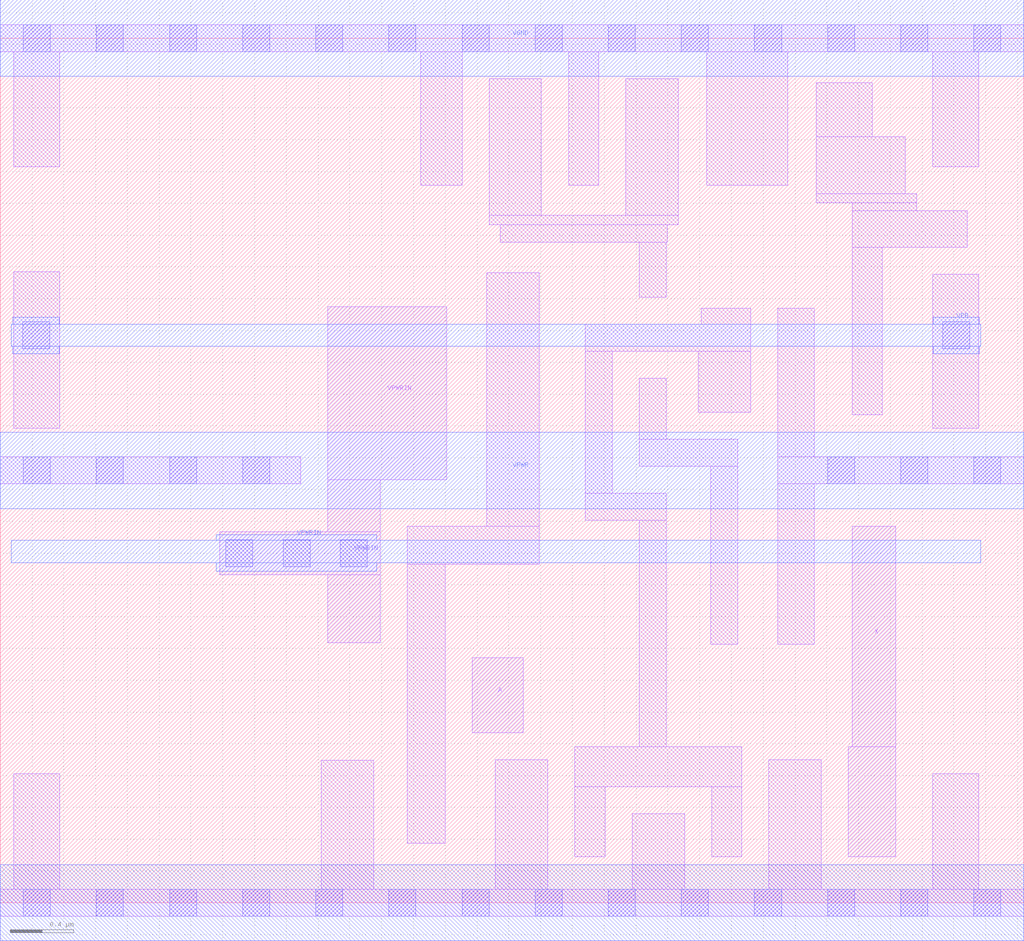
<source format=lef>
# Copyright 2020 The SkyWater PDK Authors
#
# Licensed under the Apache License, Version 2.0 (the "License");
# you may not use this file except in compliance with the License.
# You may obtain a copy of the License at
#
#     https://www.apache.org/licenses/LICENSE-2.0
#
# Unless required by applicable law or agreed to in writing, software
# distributed under the License is distributed on an "AS IS" BASIS,
# WITHOUT WARRANTIES OR CONDITIONS OF ANY KIND, either express or implied.
# See the License for the specific language governing permissions and
# limitations under the License.
#
# SPDX-License-Identifier: Apache-2.0

VERSION 5.7 ;
  NAMESCASESENSITIVE ON ;
  NOWIREEXTENSIONATPIN ON ;
  DIVIDERCHAR "/" ;
  BUSBITCHARS "[]" ;
UNITS
  DATABASE MICRONS 200 ;
END UNITS
MACRO sky130_fd_sc_hd__lpflow_lsbuf_lh_hl_isowell_tap_1
  CLASS CORE ;
  FOREIGN sky130_fd_sc_hd__lpflow_lsbuf_lh_hl_isowell_tap_1 ;
  ORIGIN  0.000000  0.000000 ;
  SIZE  6.440000 BY  5.440000 ;
  SYMMETRY X Y R90 ;
  SITE unithd ;
  PIN A
    ANTENNAGATEAREA  0.603000 ;
    DIRECTION INPUT ;
    USE SIGNAL ;
    PORT
      LAYER li1 ;
        RECT 2.970000 1.070000 3.290000 1.540000 ;
    END
  END A
  PIN VPB
    ANTENNADIFFAREA  0.297500 ;
    PORT
      LAYER met1 ;
        RECT 0.070000 3.500000 6.170000 3.640000 ;
        RECT 0.080000 3.455000 0.370000 3.500000 ;
        RECT 0.080000 3.640000 0.370000 3.685000 ;
        RECT 5.870000 3.455000 6.160000 3.500000 ;
        RECT 5.870000 3.640000 6.160000 3.685000 ;
    END
  END VPB
  PIN X
    ANTENNADIFFAREA  0.402500 ;
    DIRECTION OUTPUT ;
    USE SIGNAL ;
    PORT
      LAYER li1 ;
        RECT 5.335000 0.290000 5.635000 0.980000 ;
        RECT 5.360000 0.980000 5.635000 2.370000 ;
    END
  END X
  PIN VGND
    DIRECTION INOUT ;
    SHAPE ABUTMENT ;
    USE GROUND ;
    PORT
      LAYER met1 ;
        RECT 0.000000 5.200000 6.440000 5.680000 ;
    END
  END VGND
  PIN VPWR
    DIRECTION INOUT ;
    SHAPE ABUTMENT ;
    USE POWER ;
    PORT
      LAYER met1 ;
        RECT 0.000000 2.480000 6.440000 2.960000 ;
    END
  END VPWR
  PIN VPWRIN
    DIRECTION INOUT ;
    SHAPE ABUTMENT ;
    USE POWER ;
    PORT
      LAYER li1 ;
        RECT 1.380000 2.065000 2.390000 2.335000 ;
        RECT 2.060000 1.635000 2.390000 2.065000 ;
        RECT 2.060000 2.335000 2.390000 2.660000 ;
        RECT 2.060000 2.660000 2.810000 3.750000 ;
      LAYER mcon ;
        RECT 1.420000 2.115000 1.590000 2.285000 ;
        RECT 1.780000 2.115000 1.950000 2.285000 ;
        RECT 2.140000 2.115000 2.310000 2.285000 ;
    END
    PORT
      LAYER met1 ;
        RECT 0.070000 2.140000 6.170000 2.280000 ;
        RECT 1.360000 2.085000 2.370000 2.140000 ;
        RECT 1.360000 2.280000 2.370000 2.315000 ;
    END
  END VPWRIN
  OBS
    LAYER li1 ;
      RECT 0.000000 -0.085000 6.440000 0.085000 ;
      RECT 0.000000  2.635000 1.890000 2.805000 ;
      RECT 0.000000  5.355000 6.440000 5.525000 ;
      RECT 0.085000  0.085000 0.375000 0.810000 ;
      RECT 0.085000  2.985000 0.375000 3.970000 ;
      RECT 0.085000  4.630000 0.375000 5.355000 ;
      RECT 2.020000  0.085000 2.350000 0.895000 ;
      RECT 2.560000  0.375000 2.800000 2.130000 ;
      RECT 2.560000  2.130000 3.390000 2.370000 ;
      RECT 2.645000  4.515000 2.905000 5.355000 ;
      RECT 3.060000  2.370000 3.390000 3.965000 ;
      RECT 3.075000  4.265000 4.265000 4.325000 ;
      RECT 3.075000  4.325000 3.405000 5.185000 ;
      RECT 3.115000  0.085000 3.445000 0.900000 ;
      RECT 3.145000  4.155000 4.195000 4.265000 ;
      RECT 3.575000  4.515000 3.765000 5.355000 ;
      RECT 3.615000  0.290000 3.805000 0.730000 ;
      RECT 3.615000  0.730000 4.665000 0.980000 ;
      RECT 3.680000  2.405000 4.190000 2.575000 ;
      RECT 3.680000  2.575000 3.850000 3.470000 ;
      RECT 3.680000  3.470000 4.720000 3.640000 ;
      RECT 3.935000  4.325000 4.265000 5.185000 ;
      RECT 3.975000  0.085000 4.305000 0.560000 ;
      RECT 4.020000  0.980000 4.190000 2.405000 ;
      RECT 4.020000  2.745000 4.640000 2.915000 ;
      RECT 4.020000  2.915000 4.190000 3.300000 ;
      RECT 4.020000  3.810000 4.190000 4.155000 ;
      RECT 4.390000  3.085000 4.720000 3.470000 ;
      RECT 4.410000  3.640000 4.720000 3.740000 ;
      RECT 4.445000  4.515000 4.955000 5.355000 ;
      RECT 4.470000  1.625000 4.640000 2.745000 ;
      RECT 4.475000  0.290000 4.665000 0.730000 ;
      RECT 4.835000  0.085000 5.165000 0.900000 ;
      RECT 4.890000  1.625000 5.120000 2.635000 ;
      RECT 4.890000  2.635000 6.440000 2.805000 ;
      RECT 4.890000  2.805000 5.120000 3.740000 ;
      RECT 5.135000  4.405000 5.765000 4.460000 ;
      RECT 5.135000  4.460000 5.695000 4.820000 ;
      RECT 5.135000  4.820000 5.485000 5.160000 ;
      RECT 5.360000  3.070000 5.550000 4.125000 ;
      RECT 5.360000  4.125000 6.085000 4.355000 ;
      RECT 5.360000  4.355000 5.765000 4.405000 ;
      RECT 5.865000  0.085000 6.155000 0.810000 ;
      RECT 5.865000  2.985000 6.155000 3.955000 ;
      RECT 5.865000  4.630000 6.155000 5.355000 ;
    LAYER mcon ;
      RECT 0.140000  3.485000 0.310000 3.655000 ;
      RECT 0.145000 -0.085000 0.315000 0.085000 ;
      RECT 0.145000  2.635000 0.315000 2.805000 ;
      RECT 0.145000  5.355000 0.315000 5.525000 ;
      RECT 0.605000 -0.085000 0.775000 0.085000 ;
      RECT 0.605000  2.635000 0.775000 2.805000 ;
      RECT 0.605000  5.355000 0.775000 5.525000 ;
      RECT 1.065000 -0.085000 1.235000 0.085000 ;
      RECT 1.065000  2.635000 1.235000 2.805000 ;
      RECT 1.065000  5.355000 1.235000 5.525000 ;
      RECT 1.525000 -0.085000 1.695000 0.085000 ;
      RECT 1.525000  2.635000 1.695000 2.805000 ;
      RECT 1.525000  5.355000 1.695000 5.525000 ;
      RECT 1.985000 -0.085000 2.155000 0.085000 ;
      RECT 1.985000  5.355000 2.155000 5.525000 ;
      RECT 2.445000 -0.085000 2.615000 0.085000 ;
      RECT 2.445000  5.355000 2.615000 5.525000 ;
      RECT 2.905000 -0.085000 3.075000 0.085000 ;
      RECT 2.905000  5.355000 3.075000 5.525000 ;
      RECT 3.365000 -0.085000 3.535000 0.085000 ;
      RECT 3.365000  5.355000 3.535000 5.525000 ;
      RECT 3.825000 -0.085000 3.995000 0.085000 ;
      RECT 3.825000  5.355000 3.995000 5.525000 ;
      RECT 4.285000 -0.085000 4.455000 0.085000 ;
      RECT 4.285000  5.355000 4.455000 5.525000 ;
      RECT 4.745000 -0.085000 4.915000 0.085000 ;
      RECT 4.745000  5.355000 4.915000 5.525000 ;
      RECT 5.205000 -0.085000 5.375000 0.085000 ;
      RECT 5.205000  2.635000 5.375000 2.805000 ;
      RECT 5.205000  5.355000 5.375000 5.525000 ;
      RECT 5.665000 -0.085000 5.835000 0.085000 ;
      RECT 5.665000  2.635000 5.835000 2.805000 ;
      RECT 5.665000  5.355000 5.835000 5.525000 ;
      RECT 5.930000  3.485000 6.100000 3.655000 ;
      RECT 6.125000 -0.085000 6.295000 0.085000 ;
      RECT 6.125000  2.635000 6.295000 2.805000 ;
      RECT 6.125000  5.355000 6.295000 5.525000 ;
    LAYER met1 ;
      RECT 0.000000 -0.240000 6.440000 0.240000 ;
  END
END sky130_fd_sc_hd__lpflow_lsbuf_lh_hl_isowell_tap_1
END LIBRARY

</source>
